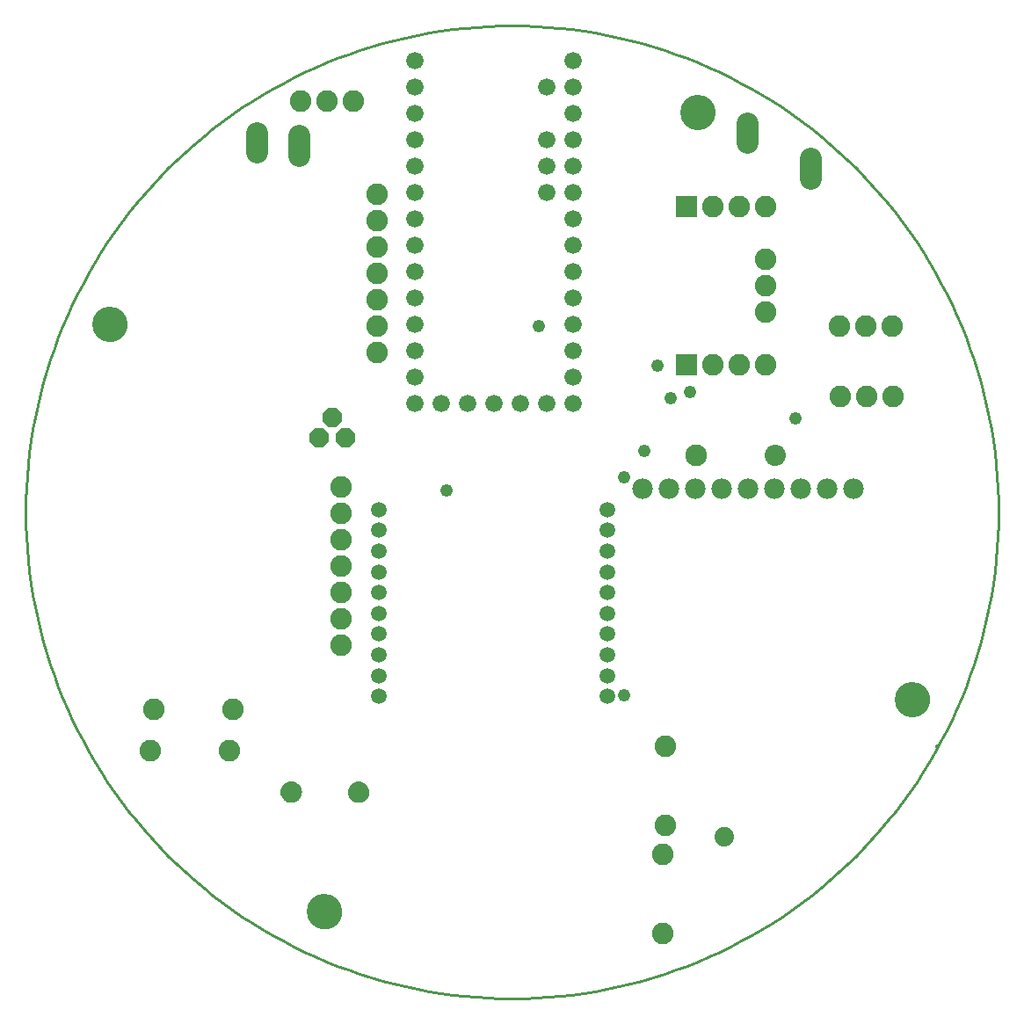
<source format=gbs>
G75*
%MOIN*%
%OFA0B0*%
%FSLAX25Y25*%
%IPPOS*%
%LPD*%
%AMOC8*
5,1,8,0,0,1.08239X$1,22.5*
%
%ADD10C,0.01000*%
%ADD11C,0.01600*%
%ADD12C,0.00000*%
%ADD13C,0.13398*%
%ADD14C,0.07800*%
%ADD15C,0.06600*%
%ADD16C,0.05950*%
%ADD17C,0.08200*%
%ADD18R,0.08200X0.08200*%
%ADD19C,0.07400*%
%ADD20C,0.00500*%
%ADD21C,0.08200*%
%ADD22OC8,0.07400*%
%ADD23C,0.08062*%
%ADD24C,0.08246*%
%ADD25C,0.04800*%
D10*
X0001500Y0185925D02*
X0001556Y0190451D01*
X0001722Y0194974D01*
X0002000Y0199492D01*
X0002388Y0204002D01*
X0002887Y0208501D01*
X0003496Y0212986D01*
X0004215Y0217455D01*
X0005044Y0221905D01*
X0005981Y0226333D01*
X0007027Y0230737D01*
X0008181Y0235114D01*
X0009441Y0239461D01*
X0010808Y0243776D01*
X0012281Y0248056D01*
X0013858Y0252299D01*
X0015539Y0256501D01*
X0017322Y0260662D01*
X0019207Y0264777D01*
X0021192Y0268845D01*
X0023277Y0272862D01*
X0025459Y0276828D01*
X0027738Y0280738D01*
X0030113Y0284592D01*
X0032581Y0288386D01*
X0035142Y0292118D01*
X0037793Y0295787D01*
X0040534Y0299389D01*
X0043363Y0302923D01*
X0046277Y0306386D01*
X0049275Y0309777D01*
X0052356Y0313094D01*
X0055517Y0316333D01*
X0058756Y0319494D01*
X0062073Y0322575D01*
X0065464Y0325573D01*
X0068927Y0328487D01*
X0072461Y0331316D01*
X0076063Y0334057D01*
X0079732Y0336708D01*
X0083464Y0339269D01*
X0087258Y0341737D01*
X0091112Y0344112D01*
X0095022Y0346391D01*
X0098988Y0348573D01*
X0103005Y0350658D01*
X0107073Y0352643D01*
X0111188Y0354528D01*
X0115349Y0356311D01*
X0119551Y0357992D01*
X0123794Y0359569D01*
X0128074Y0361042D01*
X0132389Y0362409D01*
X0136736Y0363669D01*
X0141113Y0364823D01*
X0145517Y0365869D01*
X0149945Y0366806D01*
X0154395Y0367635D01*
X0158864Y0368354D01*
X0163349Y0368963D01*
X0167848Y0369462D01*
X0172358Y0369850D01*
X0176876Y0370128D01*
X0181399Y0370294D01*
X0185925Y0370350D01*
X0190451Y0370294D01*
X0194974Y0370128D01*
X0199492Y0369850D01*
X0204002Y0369462D01*
X0208501Y0368963D01*
X0212986Y0368354D01*
X0217455Y0367635D01*
X0221905Y0366806D01*
X0226333Y0365869D01*
X0230737Y0364823D01*
X0235114Y0363669D01*
X0239461Y0362409D01*
X0243776Y0361042D01*
X0248056Y0359569D01*
X0252299Y0357992D01*
X0256501Y0356311D01*
X0260662Y0354528D01*
X0264777Y0352643D01*
X0268845Y0350658D01*
X0272862Y0348573D01*
X0276828Y0346391D01*
X0280738Y0344112D01*
X0284592Y0341737D01*
X0288386Y0339269D01*
X0292118Y0336708D01*
X0295787Y0334057D01*
X0299389Y0331316D01*
X0302923Y0328487D01*
X0306386Y0325573D01*
X0309777Y0322575D01*
X0313094Y0319494D01*
X0316333Y0316333D01*
X0319494Y0313094D01*
X0322575Y0309777D01*
X0325573Y0306386D01*
X0328487Y0302923D01*
X0331316Y0299389D01*
X0334057Y0295787D01*
X0336708Y0292118D01*
X0339269Y0288386D01*
X0341737Y0284592D01*
X0344112Y0280738D01*
X0346391Y0276828D01*
X0348573Y0272862D01*
X0350658Y0268845D01*
X0352643Y0264777D01*
X0354528Y0260662D01*
X0356311Y0256501D01*
X0357992Y0252299D01*
X0359569Y0248056D01*
X0361042Y0243776D01*
X0362409Y0239461D01*
X0363669Y0235114D01*
X0364823Y0230737D01*
X0365869Y0226333D01*
X0366806Y0221905D01*
X0367635Y0217455D01*
X0368354Y0212986D01*
X0368963Y0208501D01*
X0369462Y0204002D01*
X0369850Y0199492D01*
X0370128Y0194974D01*
X0370294Y0190451D01*
X0370350Y0185925D01*
X0370294Y0181399D01*
X0370128Y0176876D01*
X0369850Y0172358D01*
X0369462Y0167848D01*
X0368963Y0163349D01*
X0368354Y0158864D01*
X0367635Y0154395D01*
X0366806Y0149945D01*
X0365869Y0145517D01*
X0364823Y0141113D01*
X0363669Y0136736D01*
X0362409Y0132389D01*
X0361042Y0128074D01*
X0359569Y0123794D01*
X0357992Y0119551D01*
X0356311Y0115349D01*
X0354528Y0111188D01*
X0352643Y0107073D01*
X0350658Y0103005D01*
X0348573Y0098988D01*
X0346391Y0095022D01*
X0344112Y0091112D01*
X0341737Y0087258D01*
X0339269Y0083464D01*
X0336708Y0079732D01*
X0334057Y0076063D01*
X0331316Y0072461D01*
X0328487Y0068927D01*
X0325573Y0065464D01*
X0322575Y0062073D01*
X0319494Y0058756D01*
X0316333Y0055517D01*
X0313094Y0052356D01*
X0309777Y0049275D01*
X0306386Y0046277D01*
X0302923Y0043363D01*
X0299389Y0040534D01*
X0295787Y0037793D01*
X0292118Y0035142D01*
X0288386Y0032581D01*
X0284592Y0030113D01*
X0280738Y0027738D01*
X0276828Y0025459D01*
X0272862Y0023277D01*
X0268845Y0021192D01*
X0264777Y0019207D01*
X0260662Y0017322D01*
X0256501Y0015539D01*
X0252299Y0013858D01*
X0248056Y0012281D01*
X0243776Y0010808D01*
X0239461Y0009441D01*
X0235114Y0008181D01*
X0230737Y0007027D01*
X0226333Y0005981D01*
X0221905Y0005044D01*
X0217455Y0004215D01*
X0212986Y0003496D01*
X0208501Y0002887D01*
X0204002Y0002388D01*
X0199492Y0002000D01*
X0194974Y0001722D01*
X0190451Y0001556D01*
X0185925Y0001500D01*
X0181399Y0001556D01*
X0176876Y0001722D01*
X0172358Y0002000D01*
X0167848Y0002388D01*
X0163349Y0002887D01*
X0158864Y0003496D01*
X0154395Y0004215D01*
X0149945Y0005044D01*
X0145517Y0005981D01*
X0141113Y0007027D01*
X0136736Y0008181D01*
X0132389Y0009441D01*
X0128074Y0010808D01*
X0123794Y0012281D01*
X0119551Y0013858D01*
X0115349Y0015539D01*
X0111188Y0017322D01*
X0107073Y0019207D01*
X0103005Y0021192D01*
X0098988Y0023277D01*
X0095022Y0025459D01*
X0091112Y0027738D01*
X0087258Y0030113D01*
X0083464Y0032581D01*
X0079732Y0035142D01*
X0076063Y0037793D01*
X0072461Y0040534D01*
X0068927Y0043363D01*
X0065464Y0046277D01*
X0062073Y0049275D01*
X0058756Y0052356D01*
X0055517Y0055517D01*
X0052356Y0058756D01*
X0049275Y0062073D01*
X0046277Y0065464D01*
X0043363Y0068927D01*
X0040534Y0072461D01*
X0037793Y0076063D01*
X0035142Y0079732D01*
X0032581Y0083464D01*
X0030113Y0087258D01*
X0027738Y0091112D01*
X0025459Y0095022D01*
X0023277Y0098988D01*
X0021192Y0103005D01*
X0019207Y0107073D01*
X0017322Y0111188D01*
X0015539Y0115349D01*
X0013858Y0119551D01*
X0012281Y0123794D01*
X0010808Y0128074D01*
X0009441Y0132389D01*
X0008181Y0136736D01*
X0007027Y0141113D01*
X0005981Y0145517D01*
X0005044Y0149945D01*
X0004215Y0154395D01*
X0003496Y0158864D01*
X0002887Y0163349D01*
X0002388Y0167848D01*
X0002000Y0172358D01*
X0001722Y0176876D01*
X0001556Y0181399D01*
X0001500Y0185925D01*
D11*
X0347199Y0096927D02*
X0347241Y0097018D01*
D12*
X0331526Y0114825D02*
X0331528Y0114983D01*
X0331534Y0115141D01*
X0331544Y0115299D01*
X0331558Y0115457D01*
X0331576Y0115614D01*
X0331597Y0115771D01*
X0331623Y0115927D01*
X0331653Y0116083D01*
X0331686Y0116238D01*
X0331724Y0116391D01*
X0331765Y0116544D01*
X0331810Y0116696D01*
X0331859Y0116847D01*
X0331912Y0116996D01*
X0331968Y0117144D01*
X0332028Y0117290D01*
X0332092Y0117435D01*
X0332160Y0117578D01*
X0332231Y0117720D01*
X0332305Y0117860D01*
X0332383Y0117997D01*
X0332465Y0118133D01*
X0332549Y0118267D01*
X0332638Y0118398D01*
X0332729Y0118527D01*
X0332824Y0118654D01*
X0332921Y0118779D01*
X0333022Y0118901D01*
X0333126Y0119020D01*
X0333233Y0119137D01*
X0333343Y0119251D01*
X0333456Y0119362D01*
X0333571Y0119471D01*
X0333689Y0119576D01*
X0333810Y0119678D01*
X0333933Y0119778D01*
X0334059Y0119874D01*
X0334187Y0119967D01*
X0334317Y0120057D01*
X0334450Y0120143D01*
X0334585Y0120227D01*
X0334721Y0120306D01*
X0334860Y0120383D01*
X0335001Y0120455D01*
X0335143Y0120525D01*
X0335287Y0120590D01*
X0335433Y0120652D01*
X0335580Y0120710D01*
X0335729Y0120765D01*
X0335879Y0120816D01*
X0336030Y0120863D01*
X0336182Y0120906D01*
X0336335Y0120945D01*
X0336490Y0120981D01*
X0336645Y0121012D01*
X0336801Y0121040D01*
X0336957Y0121064D01*
X0337114Y0121084D01*
X0337272Y0121100D01*
X0337429Y0121112D01*
X0337588Y0121120D01*
X0337746Y0121124D01*
X0337904Y0121124D01*
X0338062Y0121120D01*
X0338221Y0121112D01*
X0338378Y0121100D01*
X0338536Y0121084D01*
X0338693Y0121064D01*
X0338849Y0121040D01*
X0339005Y0121012D01*
X0339160Y0120981D01*
X0339315Y0120945D01*
X0339468Y0120906D01*
X0339620Y0120863D01*
X0339771Y0120816D01*
X0339921Y0120765D01*
X0340070Y0120710D01*
X0340217Y0120652D01*
X0340363Y0120590D01*
X0340507Y0120525D01*
X0340649Y0120455D01*
X0340790Y0120383D01*
X0340929Y0120306D01*
X0341065Y0120227D01*
X0341200Y0120143D01*
X0341333Y0120057D01*
X0341463Y0119967D01*
X0341591Y0119874D01*
X0341717Y0119778D01*
X0341840Y0119678D01*
X0341961Y0119576D01*
X0342079Y0119471D01*
X0342194Y0119362D01*
X0342307Y0119251D01*
X0342417Y0119137D01*
X0342524Y0119020D01*
X0342628Y0118901D01*
X0342729Y0118779D01*
X0342826Y0118654D01*
X0342921Y0118527D01*
X0343012Y0118398D01*
X0343101Y0118267D01*
X0343185Y0118133D01*
X0343267Y0117997D01*
X0343345Y0117860D01*
X0343419Y0117720D01*
X0343490Y0117578D01*
X0343558Y0117435D01*
X0343622Y0117290D01*
X0343682Y0117144D01*
X0343738Y0116996D01*
X0343791Y0116847D01*
X0343840Y0116696D01*
X0343885Y0116544D01*
X0343926Y0116391D01*
X0343964Y0116238D01*
X0343997Y0116083D01*
X0344027Y0115927D01*
X0344053Y0115771D01*
X0344074Y0115614D01*
X0344092Y0115457D01*
X0344106Y0115299D01*
X0344116Y0115141D01*
X0344122Y0114983D01*
X0344124Y0114825D01*
X0344122Y0114667D01*
X0344116Y0114509D01*
X0344106Y0114351D01*
X0344092Y0114193D01*
X0344074Y0114036D01*
X0344053Y0113879D01*
X0344027Y0113723D01*
X0343997Y0113567D01*
X0343964Y0113412D01*
X0343926Y0113259D01*
X0343885Y0113106D01*
X0343840Y0112954D01*
X0343791Y0112803D01*
X0343738Y0112654D01*
X0343682Y0112506D01*
X0343622Y0112360D01*
X0343558Y0112215D01*
X0343490Y0112072D01*
X0343419Y0111930D01*
X0343345Y0111790D01*
X0343267Y0111653D01*
X0343185Y0111517D01*
X0343101Y0111383D01*
X0343012Y0111252D01*
X0342921Y0111123D01*
X0342826Y0110996D01*
X0342729Y0110871D01*
X0342628Y0110749D01*
X0342524Y0110630D01*
X0342417Y0110513D01*
X0342307Y0110399D01*
X0342194Y0110288D01*
X0342079Y0110179D01*
X0341961Y0110074D01*
X0341840Y0109972D01*
X0341717Y0109872D01*
X0341591Y0109776D01*
X0341463Y0109683D01*
X0341333Y0109593D01*
X0341200Y0109507D01*
X0341065Y0109423D01*
X0340929Y0109344D01*
X0340790Y0109267D01*
X0340649Y0109195D01*
X0340507Y0109125D01*
X0340363Y0109060D01*
X0340217Y0108998D01*
X0340070Y0108940D01*
X0339921Y0108885D01*
X0339771Y0108834D01*
X0339620Y0108787D01*
X0339468Y0108744D01*
X0339315Y0108705D01*
X0339160Y0108669D01*
X0339005Y0108638D01*
X0338849Y0108610D01*
X0338693Y0108586D01*
X0338536Y0108566D01*
X0338378Y0108550D01*
X0338221Y0108538D01*
X0338062Y0108530D01*
X0337904Y0108526D01*
X0337746Y0108526D01*
X0337588Y0108530D01*
X0337429Y0108538D01*
X0337272Y0108550D01*
X0337114Y0108566D01*
X0336957Y0108586D01*
X0336801Y0108610D01*
X0336645Y0108638D01*
X0336490Y0108669D01*
X0336335Y0108705D01*
X0336182Y0108744D01*
X0336030Y0108787D01*
X0335879Y0108834D01*
X0335729Y0108885D01*
X0335580Y0108940D01*
X0335433Y0108998D01*
X0335287Y0109060D01*
X0335143Y0109125D01*
X0335001Y0109195D01*
X0334860Y0109267D01*
X0334721Y0109344D01*
X0334585Y0109423D01*
X0334450Y0109507D01*
X0334317Y0109593D01*
X0334187Y0109683D01*
X0334059Y0109776D01*
X0333933Y0109872D01*
X0333810Y0109972D01*
X0333689Y0110074D01*
X0333571Y0110179D01*
X0333456Y0110288D01*
X0333343Y0110399D01*
X0333233Y0110513D01*
X0333126Y0110630D01*
X0333022Y0110749D01*
X0332921Y0110871D01*
X0332824Y0110996D01*
X0332729Y0111123D01*
X0332638Y0111252D01*
X0332549Y0111383D01*
X0332465Y0111517D01*
X0332383Y0111653D01*
X0332305Y0111790D01*
X0332231Y0111930D01*
X0332160Y0112072D01*
X0332092Y0112215D01*
X0332028Y0112360D01*
X0331968Y0112506D01*
X0331912Y0112654D01*
X0331859Y0112803D01*
X0331810Y0112954D01*
X0331765Y0113106D01*
X0331724Y0113259D01*
X0331686Y0113412D01*
X0331653Y0113567D01*
X0331623Y0113723D01*
X0331597Y0113879D01*
X0331576Y0114036D01*
X0331558Y0114193D01*
X0331544Y0114351D01*
X0331534Y0114509D01*
X0331528Y0114667D01*
X0331526Y0114825D01*
X0108526Y0034325D02*
X0108528Y0034483D01*
X0108534Y0034641D01*
X0108544Y0034799D01*
X0108558Y0034957D01*
X0108576Y0035114D01*
X0108597Y0035271D01*
X0108623Y0035427D01*
X0108653Y0035583D01*
X0108686Y0035738D01*
X0108724Y0035891D01*
X0108765Y0036044D01*
X0108810Y0036196D01*
X0108859Y0036347D01*
X0108912Y0036496D01*
X0108968Y0036644D01*
X0109028Y0036790D01*
X0109092Y0036935D01*
X0109160Y0037078D01*
X0109231Y0037220D01*
X0109305Y0037360D01*
X0109383Y0037497D01*
X0109465Y0037633D01*
X0109549Y0037767D01*
X0109638Y0037898D01*
X0109729Y0038027D01*
X0109824Y0038154D01*
X0109921Y0038279D01*
X0110022Y0038401D01*
X0110126Y0038520D01*
X0110233Y0038637D01*
X0110343Y0038751D01*
X0110456Y0038862D01*
X0110571Y0038971D01*
X0110689Y0039076D01*
X0110810Y0039178D01*
X0110933Y0039278D01*
X0111059Y0039374D01*
X0111187Y0039467D01*
X0111317Y0039557D01*
X0111450Y0039643D01*
X0111585Y0039727D01*
X0111721Y0039806D01*
X0111860Y0039883D01*
X0112001Y0039955D01*
X0112143Y0040025D01*
X0112287Y0040090D01*
X0112433Y0040152D01*
X0112580Y0040210D01*
X0112729Y0040265D01*
X0112879Y0040316D01*
X0113030Y0040363D01*
X0113182Y0040406D01*
X0113335Y0040445D01*
X0113490Y0040481D01*
X0113645Y0040512D01*
X0113801Y0040540D01*
X0113957Y0040564D01*
X0114114Y0040584D01*
X0114272Y0040600D01*
X0114429Y0040612D01*
X0114588Y0040620D01*
X0114746Y0040624D01*
X0114904Y0040624D01*
X0115062Y0040620D01*
X0115221Y0040612D01*
X0115378Y0040600D01*
X0115536Y0040584D01*
X0115693Y0040564D01*
X0115849Y0040540D01*
X0116005Y0040512D01*
X0116160Y0040481D01*
X0116315Y0040445D01*
X0116468Y0040406D01*
X0116620Y0040363D01*
X0116771Y0040316D01*
X0116921Y0040265D01*
X0117070Y0040210D01*
X0117217Y0040152D01*
X0117363Y0040090D01*
X0117507Y0040025D01*
X0117649Y0039955D01*
X0117790Y0039883D01*
X0117929Y0039806D01*
X0118065Y0039727D01*
X0118200Y0039643D01*
X0118333Y0039557D01*
X0118463Y0039467D01*
X0118591Y0039374D01*
X0118717Y0039278D01*
X0118840Y0039178D01*
X0118961Y0039076D01*
X0119079Y0038971D01*
X0119194Y0038862D01*
X0119307Y0038751D01*
X0119417Y0038637D01*
X0119524Y0038520D01*
X0119628Y0038401D01*
X0119729Y0038279D01*
X0119826Y0038154D01*
X0119921Y0038027D01*
X0120012Y0037898D01*
X0120101Y0037767D01*
X0120185Y0037633D01*
X0120267Y0037497D01*
X0120345Y0037360D01*
X0120419Y0037220D01*
X0120490Y0037078D01*
X0120558Y0036935D01*
X0120622Y0036790D01*
X0120682Y0036644D01*
X0120738Y0036496D01*
X0120791Y0036347D01*
X0120840Y0036196D01*
X0120885Y0036044D01*
X0120926Y0035891D01*
X0120964Y0035738D01*
X0120997Y0035583D01*
X0121027Y0035427D01*
X0121053Y0035271D01*
X0121074Y0035114D01*
X0121092Y0034957D01*
X0121106Y0034799D01*
X0121116Y0034641D01*
X0121122Y0034483D01*
X0121124Y0034325D01*
X0121122Y0034167D01*
X0121116Y0034009D01*
X0121106Y0033851D01*
X0121092Y0033693D01*
X0121074Y0033536D01*
X0121053Y0033379D01*
X0121027Y0033223D01*
X0120997Y0033067D01*
X0120964Y0032912D01*
X0120926Y0032759D01*
X0120885Y0032606D01*
X0120840Y0032454D01*
X0120791Y0032303D01*
X0120738Y0032154D01*
X0120682Y0032006D01*
X0120622Y0031860D01*
X0120558Y0031715D01*
X0120490Y0031572D01*
X0120419Y0031430D01*
X0120345Y0031290D01*
X0120267Y0031153D01*
X0120185Y0031017D01*
X0120101Y0030883D01*
X0120012Y0030752D01*
X0119921Y0030623D01*
X0119826Y0030496D01*
X0119729Y0030371D01*
X0119628Y0030249D01*
X0119524Y0030130D01*
X0119417Y0030013D01*
X0119307Y0029899D01*
X0119194Y0029788D01*
X0119079Y0029679D01*
X0118961Y0029574D01*
X0118840Y0029472D01*
X0118717Y0029372D01*
X0118591Y0029276D01*
X0118463Y0029183D01*
X0118333Y0029093D01*
X0118200Y0029007D01*
X0118065Y0028923D01*
X0117929Y0028844D01*
X0117790Y0028767D01*
X0117649Y0028695D01*
X0117507Y0028625D01*
X0117363Y0028560D01*
X0117217Y0028498D01*
X0117070Y0028440D01*
X0116921Y0028385D01*
X0116771Y0028334D01*
X0116620Y0028287D01*
X0116468Y0028244D01*
X0116315Y0028205D01*
X0116160Y0028169D01*
X0116005Y0028138D01*
X0115849Y0028110D01*
X0115693Y0028086D01*
X0115536Y0028066D01*
X0115378Y0028050D01*
X0115221Y0028038D01*
X0115062Y0028030D01*
X0114904Y0028026D01*
X0114746Y0028026D01*
X0114588Y0028030D01*
X0114429Y0028038D01*
X0114272Y0028050D01*
X0114114Y0028066D01*
X0113957Y0028086D01*
X0113801Y0028110D01*
X0113645Y0028138D01*
X0113490Y0028169D01*
X0113335Y0028205D01*
X0113182Y0028244D01*
X0113030Y0028287D01*
X0112879Y0028334D01*
X0112729Y0028385D01*
X0112580Y0028440D01*
X0112433Y0028498D01*
X0112287Y0028560D01*
X0112143Y0028625D01*
X0112001Y0028695D01*
X0111860Y0028767D01*
X0111721Y0028844D01*
X0111585Y0028923D01*
X0111450Y0029007D01*
X0111317Y0029093D01*
X0111187Y0029183D01*
X0111059Y0029276D01*
X0110933Y0029372D01*
X0110810Y0029472D01*
X0110689Y0029574D01*
X0110571Y0029679D01*
X0110456Y0029788D01*
X0110343Y0029899D01*
X0110233Y0030013D01*
X0110126Y0030130D01*
X0110022Y0030249D01*
X0109921Y0030371D01*
X0109824Y0030496D01*
X0109729Y0030623D01*
X0109638Y0030752D01*
X0109549Y0030883D01*
X0109465Y0031017D01*
X0109383Y0031153D01*
X0109305Y0031290D01*
X0109231Y0031430D01*
X0109160Y0031572D01*
X0109092Y0031715D01*
X0109028Y0031860D01*
X0108968Y0032006D01*
X0108912Y0032154D01*
X0108859Y0032303D01*
X0108810Y0032454D01*
X0108765Y0032606D01*
X0108724Y0032759D01*
X0108686Y0032912D01*
X0108653Y0033067D01*
X0108623Y0033223D01*
X0108597Y0033379D01*
X0108576Y0033536D01*
X0108558Y0033693D01*
X0108544Y0033851D01*
X0108534Y0034009D01*
X0108528Y0034167D01*
X0108526Y0034325D01*
X0027126Y0257025D02*
X0027128Y0257183D01*
X0027134Y0257341D01*
X0027144Y0257499D01*
X0027158Y0257657D01*
X0027176Y0257814D01*
X0027197Y0257971D01*
X0027223Y0258127D01*
X0027253Y0258283D01*
X0027286Y0258438D01*
X0027324Y0258591D01*
X0027365Y0258744D01*
X0027410Y0258896D01*
X0027459Y0259047D01*
X0027512Y0259196D01*
X0027568Y0259344D01*
X0027628Y0259490D01*
X0027692Y0259635D01*
X0027760Y0259778D01*
X0027831Y0259920D01*
X0027905Y0260060D01*
X0027983Y0260197D01*
X0028065Y0260333D01*
X0028149Y0260467D01*
X0028238Y0260598D01*
X0028329Y0260727D01*
X0028424Y0260854D01*
X0028521Y0260979D01*
X0028622Y0261101D01*
X0028726Y0261220D01*
X0028833Y0261337D01*
X0028943Y0261451D01*
X0029056Y0261562D01*
X0029171Y0261671D01*
X0029289Y0261776D01*
X0029410Y0261878D01*
X0029533Y0261978D01*
X0029659Y0262074D01*
X0029787Y0262167D01*
X0029917Y0262257D01*
X0030050Y0262343D01*
X0030185Y0262427D01*
X0030321Y0262506D01*
X0030460Y0262583D01*
X0030601Y0262655D01*
X0030743Y0262725D01*
X0030887Y0262790D01*
X0031033Y0262852D01*
X0031180Y0262910D01*
X0031329Y0262965D01*
X0031479Y0263016D01*
X0031630Y0263063D01*
X0031782Y0263106D01*
X0031935Y0263145D01*
X0032090Y0263181D01*
X0032245Y0263212D01*
X0032401Y0263240D01*
X0032557Y0263264D01*
X0032714Y0263284D01*
X0032872Y0263300D01*
X0033029Y0263312D01*
X0033188Y0263320D01*
X0033346Y0263324D01*
X0033504Y0263324D01*
X0033662Y0263320D01*
X0033821Y0263312D01*
X0033978Y0263300D01*
X0034136Y0263284D01*
X0034293Y0263264D01*
X0034449Y0263240D01*
X0034605Y0263212D01*
X0034760Y0263181D01*
X0034915Y0263145D01*
X0035068Y0263106D01*
X0035220Y0263063D01*
X0035371Y0263016D01*
X0035521Y0262965D01*
X0035670Y0262910D01*
X0035817Y0262852D01*
X0035963Y0262790D01*
X0036107Y0262725D01*
X0036249Y0262655D01*
X0036390Y0262583D01*
X0036529Y0262506D01*
X0036665Y0262427D01*
X0036800Y0262343D01*
X0036933Y0262257D01*
X0037063Y0262167D01*
X0037191Y0262074D01*
X0037317Y0261978D01*
X0037440Y0261878D01*
X0037561Y0261776D01*
X0037679Y0261671D01*
X0037794Y0261562D01*
X0037907Y0261451D01*
X0038017Y0261337D01*
X0038124Y0261220D01*
X0038228Y0261101D01*
X0038329Y0260979D01*
X0038426Y0260854D01*
X0038521Y0260727D01*
X0038612Y0260598D01*
X0038701Y0260467D01*
X0038785Y0260333D01*
X0038867Y0260197D01*
X0038945Y0260060D01*
X0039019Y0259920D01*
X0039090Y0259778D01*
X0039158Y0259635D01*
X0039222Y0259490D01*
X0039282Y0259344D01*
X0039338Y0259196D01*
X0039391Y0259047D01*
X0039440Y0258896D01*
X0039485Y0258744D01*
X0039526Y0258591D01*
X0039564Y0258438D01*
X0039597Y0258283D01*
X0039627Y0258127D01*
X0039653Y0257971D01*
X0039674Y0257814D01*
X0039692Y0257657D01*
X0039706Y0257499D01*
X0039716Y0257341D01*
X0039722Y0257183D01*
X0039724Y0257025D01*
X0039722Y0256867D01*
X0039716Y0256709D01*
X0039706Y0256551D01*
X0039692Y0256393D01*
X0039674Y0256236D01*
X0039653Y0256079D01*
X0039627Y0255923D01*
X0039597Y0255767D01*
X0039564Y0255612D01*
X0039526Y0255459D01*
X0039485Y0255306D01*
X0039440Y0255154D01*
X0039391Y0255003D01*
X0039338Y0254854D01*
X0039282Y0254706D01*
X0039222Y0254560D01*
X0039158Y0254415D01*
X0039090Y0254272D01*
X0039019Y0254130D01*
X0038945Y0253990D01*
X0038867Y0253853D01*
X0038785Y0253717D01*
X0038701Y0253583D01*
X0038612Y0253452D01*
X0038521Y0253323D01*
X0038426Y0253196D01*
X0038329Y0253071D01*
X0038228Y0252949D01*
X0038124Y0252830D01*
X0038017Y0252713D01*
X0037907Y0252599D01*
X0037794Y0252488D01*
X0037679Y0252379D01*
X0037561Y0252274D01*
X0037440Y0252172D01*
X0037317Y0252072D01*
X0037191Y0251976D01*
X0037063Y0251883D01*
X0036933Y0251793D01*
X0036800Y0251707D01*
X0036665Y0251623D01*
X0036529Y0251544D01*
X0036390Y0251467D01*
X0036249Y0251395D01*
X0036107Y0251325D01*
X0035963Y0251260D01*
X0035817Y0251198D01*
X0035670Y0251140D01*
X0035521Y0251085D01*
X0035371Y0251034D01*
X0035220Y0250987D01*
X0035068Y0250944D01*
X0034915Y0250905D01*
X0034760Y0250869D01*
X0034605Y0250838D01*
X0034449Y0250810D01*
X0034293Y0250786D01*
X0034136Y0250766D01*
X0033978Y0250750D01*
X0033821Y0250738D01*
X0033662Y0250730D01*
X0033504Y0250726D01*
X0033346Y0250726D01*
X0033188Y0250730D01*
X0033029Y0250738D01*
X0032872Y0250750D01*
X0032714Y0250766D01*
X0032557Y0250786D01*
X0032401Y0250810D01*
X0032245Y0250838D01*
X0032090Y0250869D01*
X0031935Y0250905D01*
X0031782Y0250944D01*
X0031630Y0250987D01*
X0031479Y0251034D01*
X0031329Y0251085D01*
X0031180Y0251140D01*
X0031033Y0251198D01*
X0030887Y0251260D01*
X0030743Y0251325D01*
X0030601Y0251395D01*
X0030460Y0251467D01*
X0030321Y0251544D01*
X0030185Y0251623D01*
X0030050Y0251707D01*
X0029917Y0251793D01*
X0029787Y0251883D01*
X0029659Y0251976D01*
X0029533Y0252072D01*
X0029410Y0252172D01*
X0029289Y0252274D01*
X0029171Y0252379D01*
X0029056Y0252488D01*
X0028943Y0252599D01*
X0028833Y0252713D01*
X0028726Y0252830D01*
X0028622Y0252949D01*
X0028521Y0253071D01*
X0028424Y0253196D01*
X0028329Y0253323D01*
X0028238Y0253452D01*
X0028149Y0253583D01*
X0028065Y0253717D01*
X0027983Y0253853D01*
X0027905Y0253990D01*
X0027831Y0254130D01*
X0027760Y0254272D01*
X0027692Y0254415D01*
X0027628Y0254560D01*
X0027568Y0254706D01*
X0027512Y0254854D01*
X0027459Y0255003D01*
X0027410Y0255154D01*
X0027365Y0255306D01*
X0027324Y0255459D01*
X0027286Y0255612D01*
X0027253Y0255767D01*
X0027223Y0255923D01*
X0027197Y0256079D01*
X0027176Y0256236D01*
X0027158Y0256393D01*
X0027144Y0256551D01*
X0027134Y0256709D01*
X0027128Y0256867D01*
X0027126Y0257025D01*
X0250126Y0337525D02*
X0250128Y0337683D01*
X0250134Y0337841D01*
X0250144Y0337999D01*
X0250158Y0338157D01*
X0250176Y0338314D01*
X0250197Y0338471D01*
X0250223Y0338627D01*
X0250253Y0338783D01*
X0250286Y0338938D01*
X0250324Y0339091D01*
X0250365Y0339244D01*
X0250410Y0339396D01*
X0250459Y0339547D01*
X0250512Y0339696D01*
X0250568Y0339844D01*
X0250628Y0339990D01*
X0250692Y0340135D01*
X0250760Y0340278D01*
X0250831Y0340420D01*
X0250905Y0340560D01*
X0250983Y0340697D01*
X0251065Y0340833D01*
X0251149Y0340967D01*
X0251238Y0341098D01*
X0251329Y0341227D01*
X0251424Y0341354D01*
X0251521Y0341479D01*
X0251622Y0341601D01*
X0251726Y0341720D01*
X0251833Y0341837D01*
X0251943Y0341951D01*
X0252056Y0342062D01*
X0252171Y0342171D01*
X0252289Y0342276D01*
X0252410Y0342378D01*
X0252533Y0342478D01*
X0252659Y0342574D01*
X0252787Y0342667D01*
X0252917Y0342757D01*
X0253050Y0342843D01*
X0253185Y0342927D01*
X0253321Y0343006D01*
X0253460Y0343083D01*
X0253601Y0343155D01*
X0253743Y0343225D01*
X0253887Y0343290D01*
X0254033Y0343352D01*
X0254180Y0343410D01*
X0254329Y0343465D01*
X0254479Y0343516D01*
X0254630Y0343563D01*
X0254782Y0343606D01*
X0254935Y0343645D01*
X0255090Y0343681D01*
X0255245Y0343712D01*
X0255401Y0343740D01*
X0255557Y0343764D01*
X0255714Y0343784D01*
X0255872Y0343800D01*
X0256029Y0343812D01*
X0256188Y0343820D01*
X0256346Y0343824D01*
X0256504Y0343824D01*
X0256662Y0343820D01*
X0256821Y0343812D01*
X0256978Y0343800D01*
X0257136Y0343784D01*
X0257293Y0343764D01*
X0257449Y0343740D01*
X0257605Y0343712D01*
X0257760Y0343681D01*
X0257915Y0343645D01*
X0258068Y0343606D01*
X0258220Y0343563D01*
X0258371Y0343516D01*
X0258521Y0343465D01*
X0258670Y0343410D01*
X0258817Y0343352D01*
X0258963Y0343290D01*
X0259107Y0343225D01*
X0259249Y0343155D01*
X0259390Y0343083D01*
X0259529Y0343006D01*
X0259665Y0342927D01*
X0259800Y0342843D01*
X0259933Y0342757D01*
X0260063Y0342667D01*
X0260191Y0342574D01*
X0260317Y0342478D01*
X0260440Y0342378D01*
X0260561Y0342276D01*
X0260679Y0342171D01*
X0260794Y0342062D01*
X0260907Y0341951D01*
X0261017Y0341837D01*
X0261124Y0341720D01*
X0261228Y0341601D01*
X0261329Y0341479D01*
X0261426Y0341354D01*
X0261521Y0341227D01*
X0261612Y0341098D01*
X0261701Y0340967D01*
X0261785Y0340833D01*
X0261867Y0340697D01*
X0261945Y0340560D01*
X0262019Y0340420D01*
X0262090Y0340278D01*
X0262158Y0340135D01*
X0262222Y0339990D01*
X0262282Y0339844D01*
X0262338Y0339696D01*
X0262391Y0339547D01*
X0262440Y0339396D01*
X0262485Y0339244D01*
X0262526Y0339091D01*
X0262564Y0338938D01*
X0262597Y0338783D01*
X0262627Y0338627D01*
X0262653Y0338471D01*
X0262674Y0338314D01*
X0262692Y0338157D01*
X0262706Y0337999D01*
X0262716Y0337841D01*
X0262722Y0337683D01*
X0262724Y0337525D01*
X0262722Y0337367D01*
X0262716Y0337209D01*
X0262706Y0337051D01*
X0262692Y0336893D01*
X0262674Y0336736D01*
X0262653Y0336579D01*
X0262627Y0336423D01*
X0262597Y0336267D01*
X0262564Y0336112D01*
X0262526Y0335959D01*
X0262485Y0335806D01*
X0262440Y0335654D01*
X0262391Y0335503D01*
X0262338Y0335354D01*
X0262282Y0335206D01*
X0262222Y0335060D01*
X0262158Y0334915D01*
X0262090Y0334772D01*
X0262019Y0334630D01*
X0261945Y0334490D01*
X0261867Y0334353D01*
X0261785Y0334217D01*
X0261701Y0334083D01*
X0261612Y0333952D01*
X0261521Y0333823D01*
X0261426Y0333696D01*
X0261329Y0333571D01*
X0261228Y0333449D01*
X0261124Y0333330D01*
X0261017Y0333213D01*
X0260907Y0333099D01*
X0260794Y0332988D01*
X0260679Y0332879D01*
X0260561Y0332774D01*
X0260440Y0332672D01*
X0260317Y0332572D01*
X0260191Y0332476D01*
X0260063Y0332383D01*
X0259933Y0332293D01*
X0259800Y0332207D01*
X0259665Y0332123D01*
X0259529Y0332044D01*
X0259390Y0331967D01*
X0259249Y0331895D01*
X0259107Y0331825D01*
X0258963Y0331760D01*
X0258817Y0331698D01*
X0258670Y0331640D01*
X0258521Y0331585D01*
X0258371Y0331534D01*
X0258220Y0331487D01*
X0258068Y0331444D01*
X0257915Y0331405D01*
X0257760Y0331369D01*
X0257605Y0331338D01*
X0257449Y0331310D01*
X0257293Y0331286D01*
X0257136Y0331266D01*
X0256978Y0331250D01*
X0256821Y0331238D01*
X0256662Y0331230D01*
X0256504Y0331226D01*
X0256346Y0331226D01*
X0256188Y0331230D01*
X0256029Y0331238D01*
X0255872Y0331250D01*
X0255714Y0331266D01*
X0255557Y0331286D01*
X0255401Y0331310D01*
X0255245Y0331338D01*
X0255090Y0331369D01*
X0254935Y0331405D01*
X0254782Y0331444D01*
X0254630Y0331487D01*
X0254479Y0331534D01*
X0254329Y0331585D01*
X0254180Y0331640D01*
X0254033Y0331698D01*
X0253887Y0331760D01*
X0253743Y0331825D01*
X0253601Y0331895D01*
X0253460Y0331967D01*
X0253321Y0332044D01*
X0253185Y0332123D01*
X0253050Y0332207D01*
X0252917Y0332293D01*
X0252787Y0332383D01*
X0252659Y0332476D01*
X0252533Y0332572D01*
X0252410Y0332672D01*
X0252289Y0332774D01*
X0252171Y0332879D01*
X0252056Y0332988D01*
X0251943Y0333099D01*
X0251833Y0333213D01*
X0251726Y0333330D01*
X0251622Y0333449D01*
X0251521Y0333571D01*
X0251424Y0333696D01*
X0251329Y0333823D01*
X0251238Y0333952D01*
X0251149Y0334083D01*
X0251065Y0334217D01*
X0250983Y0334353D01*
X0250905Y0334490D01*
X0250831Y0334630D01*
X0250760Y0334772D01*
X0250692Y0334915D01*
X0250628Y0335060D01*
X0250568Y0335206D01*
X0250512Y0335354D01*
X0250459Y0335503D01*
X0250410Y0335654D01*
X0250365Y0335806D01*
X0250324Y0335959D01*
X0250286Y0336112D01*
X0250253Y0336267D01*
X0250223Y0336423D01*
X0250197Y0336579D01*
X0250176Y0336736D01*
X0250158Y0336893D01*
X0250144Y0337051D01*
X0250134Y0337209D01*
X0250128Y0337367D01*
X0250126Y0337525D01*
D13*
X0256425Y0337525D03*
X0033425Y0257025D03*
X0114825Y0034325D03*
X0337825Y0114825D03*
D14*
X0315260Y0194591D03*
X0305260Y0194591D03*
X0295260Y0194591D03*
X0285260Y0194591D03*
X0275260Y0194591D03*
X0265260Y0194591D03*
X0255260Y0194591D03*
X0245260Y0194591D03*
X0235260Y0194591D03*
D15*
X0209125Y0227225D03*
X0209125Y0237225D03*
X0209125Y0247225D03*
X0209125Y0257225D03*
X0209125Y0267225D03*
X0209125Y0277225D03*
X0209125Y0287225D03*
X0209125Y0297225D03*
X0209125Y0307225D03*
X0199125Y0307225D03*
X0199125Y0317225D03*
X0199125Y0327225D03*
X0209125Y0327225D03*
X0209125Y0317225D03*
X0209125Y0337225D03*
X0209125Y0347225D03*
X0199125Y0347225D03*
X0209125Y0357225D03*
X0149125Y0357225D03*
X0149125Y0347225D03*
X0149125Y0337225D03*
X0149125Y0327225D03*
X0149125Y0317225D03*
X0149125Y0307225D03*
X0149125Y0297225D03*
X0149125Y0287225D03*
X0149125Y0277225D03*
X0149125Y0267225D03*
X0149125Y0257225D03*
X0149125Y0247225D03*
X0149125Y0237225D03*
X0149125Y0227225D03*
X0159125Y0227225D03*
X0169125Y0227225D03*
X0179125Y0227225D03*
X0189125Y0227225D03*
X0199125Y0227225D03*
D16*
X0222099Y0186854D03*
X0222099Y0178980D03*
X0222099Y0171106D03*
X0222099Y0163232D03*
X0222099Y0155358D03*
X0222099Y0147484D03*
X0222099Y0139610D03*
X0222099Y0131736D03*
X0222099Y0123862D03*
X0222099Y0115988D03*
X0135485Y0115988D03*
X0135485Y0123862D03*
X0135485Y0131736D03*
X0135485Y0139610D03*
X0135485Y0147484D03*
X0135485Y0155358D03*
X0135485Y0163232D03*
X0135485Y0171106D03*
X0135485Y0178980D03*
X0135485Y0186854D03*
D17*
X0048861Y0095429D03*
X0049989Y0111028D03*
X0079989Y0111028D03*
X0078861Y0095429D03*
X0121025Y0135360D03*
X0121025Y0145360D03*
X0121025Y0155360D03*
X0121025Y0165360D03*
X0121025Y0175360D03*
X0121025Y0185360D03*
X0121025Y0195360D03*
X0134825Y0246359D03*
X0134825Y0256359D03*
X0134825Y0266359D03*
X0134825Y0276359D03*
X0134825Y0286359D03*
X0134825Y0296359D03*
X0134825Y0306359D03*
X0125825Y0341725D03*
X0115825Y0341725D03*
X0105825Y0341725D03*
X0262025Y0301625D03*
X0272025Y0301625D03*
X0282025Y0301625D03*
X0282025Y0281625D03*
X0282025Y0271625D03*
X0282025Y0261625D03*
X0282025Y0241625D03*
X0272025Y0241625D03*
X0262025Y0241625D03*
X0310517Y0229603D03*
X0320517Y0229603D03*
X0330517Y0229603D03*
X0330192Y0256428D03*
X0320192Y0256428D03*
X0310192Y0256428D03*
X0243924Y0097056D03*
X0243924Y0067056D03*
X0243225Y0056224D03*
X0243225Y0026224D03*
D18*
X0252025Y0241625D03*
X0252025Y0301625D03*
D19*
X0266525Y0062625D03*
D20*
X0131489Y0079158D02*
X0131326Y0078517D01*
X0131053Y0077914D01*
X0130680Y0077367D01*
X0130218Y0076894D01*
X0129681Y0076508D01*
X0129084Y0076221D01*
X0128448Y0076043D01*
X0127789Y0075977D01*
X0127131Y0076044D01*
X0126494Y0076225D01*
X0125899Y0076513D01*
X0125363Y0076901D01*
X0124902Y0077375D01*
X0124530Y0077923D01*
X0124259Y0078526D01*
X0124097Y0079168D01*
X0124049Y0079828D01*
X0124128Y0080547D01*
X0124345Y0081237D01*
X0124693Y0081871D01*
X0125158Y0082425D01*
X0125722Y0082878D01*
X0126364Y0083212D01*
X0127059Y0083415D01*
X0127779Y0083478D01*
X0128504Y0083416D01*
X0129203Y0083214D01*
X0129849Y0082880D01*
X0130417Y0082426D01*
X0130886Y0081870D01*
X0131237Y0081233D01*
X0131458Y0080540D01*
X0131539Y0079817D01*
X0131489Y0079158D01*
X0131503Y0079345D02*
X0124084Y0079345D01*
X0124051Y0079844D02*
X0131536Y0079844D01*
X0131480Y0080342D02*
X0124105Y0080342D01*
X0124220Y0080841D02*
X0131362Y0080841D01*
X0131179Y0081340D02*
X0124401Y0081340D01*
X0124675Y0081838D02*
X0130904Y0081838D01*
X0130493Y0082337D02*
X0125083Y0082337D01*
X0125668Y0082835D02*
X0129905Y0082835D01*
X0128789Y0083334D02*
X0126780Y0083334D01*
X0124178Y0078847D02*
X0131410Y0078847D01*
X0131250Y0078348D02*
X0124339Y0078348D01*
X0124579Y0077850D02*
X0131010Y0077850D01*
X0130665Y0077351D02*
X0124925Y0077351D01*
X0125429Y0076853D02*
X0130161Y0076853D01*
X0129361Y0076354D02*
X0126227Y0076354D01*
X0105889Y0079158D02*
X0105726Y0078517D01*
X0105453Y0077914D01*
X0105080Y0077367D01*
X0104618Y0076894D01*
X0104081Y0076508D01*
X0103484Y0076221D01*
X0102848Y0076043D01*
X0102189Y0075977D01*
X0101531Y0076044D01*
X0100894Y0076225D01*
X0100299Y0076513D01*
X0099763Y0076901D01*
X0099302Y0077375D01*
X0098930Y0077923D01*
X0098659Y0078526D01*
X0098497Y0079168D01*
X0098449Y0079828D01*
X0098528Y0080547D01*
X0098745Y0081237D01*
X0099093Y0081871D01*
X0099558Y0082425D01*
X0100122Y0082878D01*
X0100764Y0083212D01*
X0101459Y0083415D01*
X0102179Y0083478D01*
X0102904Y0083416D01*
X0103603Y0083214D01*
X0104249Y0082880D01*
X0104817Y0082426D01*
X0105286Y0081870D01*
X0105637Y0081233D01*
X0105858Y0080540D01*
X0105939Y0079817D01*
X0105889Y0079158D01*
X0105903Y0079345D02*
X0098484Y0079345D01*
X0098451Y0079844D02*
X0105936Y0079844D01*
X0105880Y0080342D02*
X0098505Y0080342D01*
X0098620Y0080841D02*
X0105762Y0080841D01*
X0105579Y0081340D02*
X0098801Y0081340D01*
X0099075Y0081838D02*
X0105304Y0081838D01*
X0104893Y0082337D02*
X0099483Y0082337D01*
X0100068Y0082835D02*
X0104305Y0082835D01*
X0103189Y0083334D02*
X0101180Y0083334D01*
X0098578Y0078847D02*
X0105810Y0078847D01*
X0105650Y0078348D02*
X0098739Y0078348D01*
X0098979Y0077850D02*
X0105410Y0077850D01*
X0105065Y0077351D02*
X0099325Y0077351D01*
X0099829Y0076853D02*
X0104561Y0076853D01*
X0103761Y0076354D02*
X0100627Y0076354D01*
D21*
X0299126Y0312559D02*
X0299126Y0319959D01*
X0275025Y0325925D02*
X0275025Y0333325D01*
X0105125Y0328625D02*
X0105125Y0321225D01*
X0089058Y0322359D02*
X0089058Y0329759D01*
D22*
X0117858Y0221627D03*
X0112858Y0214127D03*
X0122858Y0214127D03*
D23*
X0285779Y0207473D03*
D24*
X0255779Y0207473D03*
D25*
X0235925Y0209025D03*
X0228425Y0199025D03*
X0245925Y0229025D03*
X0253425Y0231525D03*
X0240925Y0241525D03*
X0195925Y0256525D03*
X0160925Y0194025D03*
X0228425Y0116525D03*
X0293425Y0221525D03*
M02*

</source>
